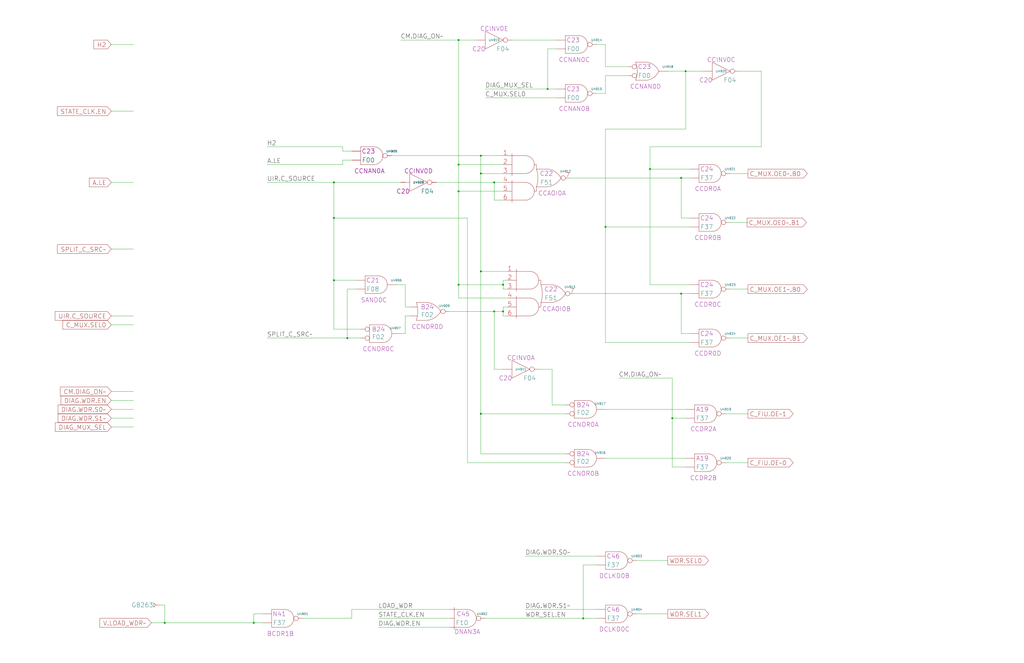
<source format=kicad_sch>
(kicad_sch (version 20250114) (generator "eeschema") (generator_version "9.0")
  (paper "User" 584.2 378.46)
  (title_block (title "C SOURCE CONTROL") (date "22-MAR-90") (rev "1.0") (comment 1 "VALUE") (comment 2 "232-003063") (comment 3 "S400") (comment 4 "RELEASED"))
  (lib_symbols
    (symbol "r1000:F00" (pin_numbers (hide yes)) (pin_names (hide yes))
      (property "Reference" "U" (at 15.24 0 0))
      (property "Value" "F00" (at 1.905 -5.08 0))
      (property "Location" "___" (at 1.905 0 0))
      (property "Name" "______" (at 2.54 -12.7 0))
      (symbol "F00_0_1"
        (polyline (pts (xy -2.54 2.54) (xy -2.54 -7.62)) (stroke (width 0.1524)))
        (polyline (pts (xy -2.54 2.54) (xy 5.08 2.54)) (stroke (width 0.1524)))
        (polyline (pts (xy -2.54 -7.62) (xy 5.08 -7.62)) (stroke (width 0.1524)))
        (arc (start 5.08 2.54) (mid 10.1281 -2.54) (end 5.08 -7.62) (stroke (width 0.1524)))
        (circle (center 11.43 -2.54) (radius 1.27) (stroke (width 0.1524)))
      )
      (symbol "F00_0_2"
        (arc (start -3.175 2.54) (mid -2.134 -2.54) (end -3.175 -7.62) (stroke (width 0.1524)))
        (circle (center -3.81 0) (radius 1.27) (stroke (width 0.1524)))
        (circle (center -3.81 -5.08) (radius 1.27) (stroke (width 0.1524)))
        (polyline (pts (xy -3.175 2.54) (xy 3.81 2.54)) (stroke (width 0.1524)))
        (polyline (pts (xy -3.175 -7.62) (xy 3.81 -7.62)) (stroke (width 0.1524)))
        (arc (start 3.81 2.54) (mid 7.5828 0.7472) (end 10.16 -2.54) (stroke (width 0.1524)))
        (arc (start 10.16 -2.54) (mid 7.5855 -5.8306) (end 3.81 -7.62) (stroke (width 0.1524)))
      )
      (symbol "F00_1_1"
        (pin input line (at -7.62 0 0) (length 5.08) (name "D0") (number "1"))
        (pin input line (at -7.62 -5.08 0) (length 5.08) (name "D1") (number "2"))
        (pin output line (at 15.24 -2.54 180) (length 2.54) (name "Q") (number "3"))
      )
      (symbol "F00_1_2"
        (pin input line (at -7.62 0 0) (length 2.54) (name "D0") (number "1"))
        (pin input line (at -7.62 -5.08 0) (length 2.54) (name "D1") (number "2"))
        (pin output line (at 15.24 -2.54 180) (length 5.08) (name "Q") (number "3"))
      )
    )
    (symbol "r1000:F02" (pin_numbers (hide yes)) (pin_names (hide yes))
      (property "Reference" "U" (at 12.16 0.635 0))
      (property "Value" "F02" (at -1.27 -4.445 0))
      (property "Location" "___" (at 2.54 0 0))
      (property "Name" "______" (at 2.54 -12.7 0))
      (symbol "F02_0_1"
        (arc (start -3.81 2.54) (mid -2.9847 -2.54) (end -3.81 -7.62) (stroke (width 0.1524)))
        (polyline (pts (xy -5.08 0) (xy -3.175 0)) (stroke (width 0.1524)))
        (polyline (pts (xy -5.08 -5.08) (xy -3.175 -5.08)) (stroke (width 0.1524)))
        (polyline (pts (xy -3.81 2.54) (xy 2.54 2.54)) (stroke (width 0.1524)))
        (polyline (pts (xy -3.81 -7.62) (xy 2.54 -7.62)) (stroke (width 0.1524)))
        (arc (start 2.54 2.54) (mid 6.9477 0.8966) (end 10.16 -2.54) (stroke (width 0.1524)))
        (arc (start 10.16 -2.54) (mid 6.9515 -5.9823) (end 2.54 -7.62) (stroke (width 0.1524)))
        (circle (center 11.43 -2.54) (radius 1.27) (stroke (width 0.1524)))
        (polyline (pts (xy 13.97 -2.54) (xy 12.7 -2.54)) (stroke (width 0.1524)))
      )
      (symbol "F02_0_2"
        (circle (center -3.81 0) (radius 1.27) (stroke (width 0.1524)))
        (circle (center -3.81 -5.08) (radius 1.27) (stroke (width 0.1524)))
        (polyline (pts (xy -2.54 2.54) (xy -2.54 -7.62)) (stroke (width 0.1524)))
        (polyline (pts (xy -2.54 2.54) (xy 5.08 2.54)) (stroke (width 0.1524)))
        (polyline (pts (xy -2.54 -7.62) (xy 5.08 -7.62)) (stroke (width 0.1524)))
        (arc (start 5.08 2.54) (mid 10.1281 -2.54) (end 5.08 -7.62) (stroke (width 0.1524)))
        (polyline (pts (xy 11.43 -2.54) (xy 10.16 -2.54)) (stroke (width 0.1524)))
        (polyline (pts (xy 11.43 -2.54) (xy 12.7 -2.54)) (stroke (width 0.1524)))
      )
      (symbol "F02_1_1"
        (pin input line (at -7.62 0 0) (length 2.54) (name "D0") (number "1"))
        (pin input line (at -7.62 -5.08 0) (length 2.54) (name "D1") (number "2"))
        (pin output line (at 15.24 -2.54 180) (length 1.27) (name "Q") (number "3"))
      )
      (symbol "F02_1_2"
        (pin input line (at -7.62 0 0) (length 2.54) (name "D0") (number "1"))
        (pin input line (at -7.62 -5.08 0) (length 2.54) (name "D1") (number "2"))
        (pin output line (at 15.24 -2.54 180) (length 2.54) (name "Q") (number "3"))
      )
    )
    (symbol "r1000:F04" (pin_numbers (hide yes)) (pin_names (hide yes))
      (property "Reference" "U" (at 0 0 0))
      (property "Value" "F04" (at 1.27 -5.08 0))
      (property "Location" "___" (at -12.7 -5.08 0))
      (property "Name" "______" (at 0 5.08 0))
      (symbol "F04_0_1"
        (polyline (pts (xy -7.62 0) (xy -5.08 0)) (stroke (width 0.1524)))
        (polyline (pts (xy -5.08 5.08) (xy -5.08 -5.08)) (stroke (width 0.1524)))
        (polyline (pts (xy 5.08 0) (xy -5.08 5.08)) (stroke (width 0.1524)))
        (polyline (pts (xy 5.08 0) (xy -5.08 -5.08)) (stroke (width 0.1524)))
        (circle (center 6.35 0) (radius 1.27) (stroke (width 0.1524)))
      )
      (symbol "F04_1_1"
        (pin input line (at -10.16 0 0) (length 2.54) (name "D0") (number "1"))
        (pin output line (at 10.16 0 180) (length 2.54) (name "Q") (number "2"))
      )
    )
    (symbol "r1000:F08" (pin_numbers (hide yes)) (pin_names (hide yes))
      (property "Reference" "U" (at 15.24 0 0))
      (property "Value" "F08" (at 1.905 -5.08 0))
      (property "Location" "___" (at 1.905 0 0))
      (property "Name" "______" (at 2.54 -12.7 0))
      (symbol "F08_0_1"
        (polyline (pts (xy -2.54 2.54) (xy -2.54 -7.62)) (stroke (width 0.1524)))
        (polyline (pts (xy -2.54 2.54) (xy 5.08 2.54)) (stroke (width 0.1524)))
        (polyline (pts (xy -2.54 -7.62) (xy 5.08 -7.62)) (stroke (width 0.1524)))
        (arc (start 5.08 2.54) (mid 10.1281 -2.54) (end 5.08 -7.62) (stroke (width 0.1524)))
      )
      (symbol "F08_0_2"
        (arc (start -3.175 2.54) (mid -2.134 -2.54) (end -3.175 -7.62) (stroke (width 0.1524)))
        (circle (center -3.81 0) (radius 1.27) (stroke (width 0.1524)))
        (circle (center -3.81 -5.08) (radius 1.27) (stroke (width 0.1524)))
        (polyline (pts (xy -3.175 2.54) (xy 3.81 2.54)) (stroke (width 0.1524)))
        (polyline (pts (xy -3.175 -7.62) (xy 3.81 -7.62)) (stroke (width 0.1524)))
        (arc (start 3.81 2.54) (mid 7.5828 0.7472) (end 10.16 -2.54) (stroke (width 0.1524)))
        (arc (start 10.16 -2.54) (mid 7.5855 -5.8306) (end 3.81 -7.62) (stroke (width 0.1524)))
        (circle (center 11.43 -2.54) (radius 1.27) (stroke (width 0.1524)))
      )
      (symbol "F08_1_1"
        (pin input line (at -7.62 0 0) (length 5.08) (name "D0") (number "1"))
        (pin input line (at -7.62 -5.08 0) (length 5.08) (name "D1") (number "2"))
        (pin output line (at 15.24 -2.54 180) (length 5.08) (name "Q") (number "3"))
      )
      (symbol "F08_1_2"
        (pin input line (at -7.62 0 0) (length 2.54) (name "D0") (number "1"))
        (pin input line (at -7.62 -5.08 0) (length 2.54) (name "D1") (number "2"))
        (pin output line (at 15.24 -2.54 180) (length 2.54) (name "Q") (number "3"))
      )
    )
    (symbol "r1000:F10" (pin_numbers (hide yes)) (pin_names (hide yes))
      (property "Reference" "U" (at 13.335 0 0))
      (property "Value" "F10" (at 5.715 -5.08 0))
      (property "Location" "___" (at -1.27 0 0))
      (property "Name" "______" (at -2.54 -10.16 0))
      (symbol "F10_0_1"
        (polyline (pts (xy -2.54 3.81) (xy -2.54 -8.89)) (stroke (width 0.1524)))
        (polyline (pts (xy -2.54 2.54) (xy 5.08 2.54)) (stroke (width 0.1524)))
        (polyline (pts (xy -2.54 -7.62) (xy 5.08 -7.62)) (stroke (width 0.1524)))
        (arc (start 5.08 2.54) (mid 10.1281 -2.54) (end 5.08 -7.62) (stroke (width 0.1524)))
        (circle (center 11.43 -2.54) (radius 1.27) (stroke (width 0.1524)))
      )
      (symbol "F10_0_2"
        (arc (start -2.54 2.54) (mid -1.8195 -2.54) (end -2.54 -7.62) (stroke (width 0.1524)))
        (polyline (pts (xy -4.445 -2.54) (xy -5.08 -2.54)) (stroke (width 0.1524)))
        (circle (center -3.81 2.54) (radius 1.27) (stroke (width 0.1524)))
        (circle (center -3.81 -7.62) (radius 1.27) (stroke (width 0.1524)))
        (circle (center -3.175 -2.54) (radius 1.27) (stroke (width 0.1524)))
        (polyline (pts (xy -2.54 2.54) (xy 5.08 2.54)) (stroke (width 0.1524)))
        (polyline (pts (xy -2.54 -7.62) (xy 5.08 -7.62)) (stroke (width 0.1524)))
        (arc (start 5.08 2.54) (mid 8.4807 0.6111) (end 10.795 -2.54) (stroke (width 0.1524)))
        (arc (start 10.795 -2.54) (mid 8.4844 -5.6952) (end 5.08 -7.62) (stroke (width 0.1524)))
        (polyline (pts (xy 10.795 -2.54) (xy 12.7 -2.54)) (stroke (width 0.1524)))
      )
      (symbol "F10_1_1"
        (pin input line (at -5.08 2.54 0) (length 2.54) (name "D0") (number "1"))
        (pin input line (at -5.08 -2.54 0) (length 2.54) (name "D1") (number "2"))
        (pin input line (at -5.08 -7.62 0) (length 2.54) (name "D2") (number "3"))
        (pin output line (at 15.24 -2.54 180) (length 2.54) (name "Q") (number "4"))
      )
      (symbol "F10_1_2"
        (pin input line (at -5.08 2.54 0) (length 0) (name "D0") (number "1"))
        (pin input line (at -5.08 -2.54 0) (length 0) (name "D1") (number "2"))
        (pin input line (at -5.08 -7.62 0) (length 0) (name "D2") (number "3"))
        (pin output line (at 15.24 -2.54 180) (length 2.54) (name "Q") (number "4"))
      )
    )
    (symbol "r1000:F37" (pin_numbers (hide yes)) (pin_names (offset 0) (hide yes))
      (property "Reference" "U" (at 15.24 0 0))
      (property "Value" "F37" (at 1.905 -5.08 0))
      (property "Location" "___" (at 1.905 0 0))
      (property "Name" "______" (at 2.54 -12.7 0))
      (symbol "F37_0_1"
        (polyline (pts (xy -2.54 2.54) (xy -2.54 -7.62)) (stroke (width 0.1524)))
        (polyline (pts (xy -2.54 2.54) (xy 5.08 2.54)) (stroke (width 0.1524)))
        (polyline (pts (xy -2.54 -7.62) (xy 5.08 -7.62)) (stroke (width 0.1524)))
        (arc (start 5.08 2.54) (mid 10.1281 -2.54) (end 5.08 -7.62) (stroke (width 0.1524)))
        (circle (center 11.43 -2.54) (radius 1.27) (stroke (width 0.1524)))
      )
      (symbol "F37_0_2"
        (arc (start -3.175 2.54) (mid -2.134 -2.54) (end -3.175 -7.62) (stroke (width 0.1524)))
        (circle (center -3.81 0) (radius 1.27) (stroke (width 0.1524)))
        (circle (center -3.81 -5.08) (radius 1.27) (stroke (width 0.1524)))
        (polyline (pts (xy -3.175 2.54) (xy 3.81 2.54)) (stroke (width 0.1524)))
        (polyline (pts (xy -3.175 -7.62) (xy 3.81 -7.62)) (stroke (width 0.1524)))
        (arc (start 3.81 2.54) (mid 7.5828 0.7472) (end 10.16 -2.54) (stroke (width 0.1524)))
        (arc (start 10.16 -2.54) (mid 7.5855 -5.8306) (end 3.81 -7.62) (stroke (width 0.1524)))
      )
      (symbol "F37_1_1"
        (pin input line (at -7.62 0 0) (length 5.08) (name "D0") (number "1"))
        (pin input line (at -7.62 -5.08 0) (length 5.08) (name "D1") (number "2"))
        (pin output line (at 15.24 -2.54 180) (length 2.54) (name "Q") (number "3"))
      )
      (symbol "F37_1_2"
        (pin input line (at -7.62 0 0) (length 2.54) (name "D0") (number "1"))
        (pin input line (at -7.62 -5.08 0) (length 2.54) (name "D1") (number "2"))
        (pin output line (at 15.24 -2.54 180) (length 5.08) (name "Q") (number "3"))
      )
    )
    (symbol "r1000:F51" (pin_names (hide yes))
      (property "Reference" "U" (at 12.7 1.27 0))
      (property "Value" "F51" (at 1.905 -5.08 0))
      (property "Location" "___" (at 1.905 0 0))
      (property "Name" "______" (at 5.08 -12.7 0))
      (symbol "F51_0_0"
        (polyline (pts (xy -20.32 10.16) (xy -17.78 10.16)) (stroke (width 0.1524)))
        (polyline (pts (xy -20.32 5.08) (xy -17.78 5.08)) (stroke (width 0.1524)))
        (polyline (pts (xy -20.32 0) (xy -17.78 0)) (stroke (width 0.1524)))
        (polyline (pts (xy -20.32 -5.08) (xy -17.78 -5.08)) (stroke (width 0.1524)))
        (polyline (pts (xy -20.32 -10.16) (xy -17.78 -10.16)) (stroke (width 0.1524)))
        (polyline (pts (xy -20.32 -15.24) (xy -17.78 -15.24)) (stroke (width 0.1524)))
        (arc (start -3.8173 2.54) (mid -2.9926 -2.54) (end -3.8173 -7.62) (stroke (width 0.1524)))
        (polyline (pts (xy -17.78 11.43) (xy -17.78 -1.27)) (stroke (width 0.1524)))
        (polyline (pts (xy -17.78 -3.81) (xy -17.78 -16.51)) (stroke (width 0.1524)))
        (polyline (pts (xy -10.16 10.16) (xy -17.78 10.16)) (stroke (width 0.1524)))
        (arc (start -10.16 10.16) (mid -6.5679 8.6721) (end -5.08 5.08) (stroke (width 0.1524)))
        (arc (start -5.08 5.08) (mid -6.5679 1.4879) (end -10.16 0) (stroke (width 0.1524)))
        (polyline (pts (xy -10.16 0) (xy -17.78 0)) (stroke (width 0.1524)))
        (polyline (pts (xy -10.16 -5.08) (xy -17.78 -5.08)) (stroke (width 0.1524)))
        (arc (start -10.16 -5.08) (mid -6.5679 -6.5679) (end -5.08 -10.16) (stroke (width 0.1524)))
        (arc (start -5.08 -10.16) (mid -6.5679 -13.7521) (end -10.16 -15.24) (stroke (width 0.1524)))
        (polyline (pts (xy -10.16 -15.24) (xy -17.78 -15.24)) (stroke (width 0.1524)))
        (polyline (pts (xy -5.08 5.08) (xy -3.81 5.08) (xy -3.81 2.54)) (stroke (width 0.1524)))
        (polyline (pts (xy -5.08 -10.16) (xy -3.81 -10.16) (xy -3.81 -7.62)) (stroke (width 0.1524)))
        (polyline (pts (xy -3.81 2.54) (xy 2.54 2.54)) (stroke (width 0.1524)))
        (polyline (pts (xy -3.81 -7.62) (xy 2.54 -7.62)) (stroke (width 0.1524)))
        (arc (start 10.16 -2.54) (mid 6.9504 -5.9807) (end 2.54 -7.62) (stroke (width 0.1524)))
        (arc (start 2.54 2.54) (mid 6.9516 0.9024) (end 10.16 -2.54) (stroke (width 0.1524)))
        (circle (center 11.43 -2.54) (radius 1.27) (stroke (width 0.1524)))
      )
      (symbol "F51_1_1"
        (pin input line (at -22.86 10.16 0) (length 2.54) (name "A1") (number "1"))
        (pin input line (at -22.86 5.08 0) (length 2.54) (name "A2") (number "2"))
        (pin input line (at -22.86 0 0) (length 2.54) (name "A3") (number "3"))
        (pin input line (at -22.86 -5.08 0) (length 2.54) (name "B1") (number "4"))
        (pin input line (at -22.86 -10.16 0) (length 2.54) (name "B2") (number "5"))
        (pin input line (at -22.86 -15.24 0) (length 2.54) (name "B3") (number "6"))
        (pin output line (at 15.24 -2.54 180) (length 2.54) (name "Q") (number "7"))
      )
    )
    (symbol "r1000:GB" (pin_numbers (hide yes)) (pin_names (offset 0) (hide yes))
      (property "Reference" "GB" (at 3.81 0 0))
      (symbol "GB_0_1"
        (polyline (pts (xy 2.54 0) (xy 3.81 1.27) (xy 3.81 -1.27) (xy 2.54 0)) (stroke (width 0.1524)))
      )
      (symbol "GB_1_1"
        (pin bidirectional line (at 0 0 0) (length 2.54) (name "") (number "1"))
      )
    )
  )
  (junction (at 261.62 93.98))
  (junction (at 388.62 167.64))
  (junction (at 261.62 109.22))
  (junction (at 274.32 236.22))
  (junction (at 388.62 101.6))
  (junction (at 312.42 50.8))
  (junction (at 190.5 160.02))
  (junction (at 281.94 104.14))
  (junction (at 93.98 355.6))
  (junction (at 287.02 162.56))
  (junction (at 274.32 154.94))
  (junction (at 332.74 353.06))
  (junction (at 198.12 193.04))
  (junction (at 370.84 96.52))
  (junction (at 261.62 162.56))
  (junction (at 345.44 129.54))
  (junction (at 383.54 238.76))
  (junction (at 144.78 355.6))
  (junction (at 281.94 177.8))
  (junction (at 391.16 40.64))
  (junction (at 261.62 22.86))
  (junction (at 190.5 124.46))
  (junction (at 287.02 177.8))
  (junction (at 274.32 99.06))
  (junction (at 190.5 104.14))
  (junction (at 274.32 88.9))
  (wire (pts (xy 289.56 170.18) (xy 261.62 170.18)))
  (wire (pts (xy 416.56 127) (xy 426.72 127)))
  (wire (pts (xy 63.5 180.34) (xy 76.2 180.34)))
  (wire (pts (xy 322.58 264.16) (xy 266.7 264.16)))
  (wire (pts (xy 261.62 109.22) (xy 261.62 93.98)))
  (wire (pts (xy 416.56 193.04) (xy 426.72 193.04)))
  (wire (pts (xy 287.02 99.06) (xy 274.32 99.06)))
  (wire (pts (xy 281.94 114.3) (xy 281.94 104.14)))
  (wire (pts (xy 345.44 73.66) (xy 391.16 73.66)))
  (wire (pts (xy 287.02 177.8) (xy 287.02 175.26)))
  (wire (pts (xy 276.86 50.8) (xy 312.42 50.8)))
  (wire (pts (xy 190.5 104.14) (xy 228.6 104.14)))
  (wire (pts (xy 231.14 175.26) (xy 231.14 162.56)))
  (wire (pts (xy 322.58 259.08) (xy 274.32 259.08)))
  (wire (pts (xy 381 40.64) (xy 391.16 40.64)))
  (wire (pts (xy 370.84 162.56) (xy 393.7 162.56)))
  (wire (pts (xy 416.56 165.1) (xy 426.72 165.1)))
  (wire (pts (xy 434.34 40.64) (xy 434.34 83.82)))
  (wire (pts (xy 276.86 353.06) (xy 332.74 353.06)))
  (wire (pts (xy 63.5 104.14) (xy 76.2 104.14)))
  (wire (pts (xy 287.02 93.98) (xy 261.62 93.98)))
  (wire (pts (xy 149.86 350.52) (xy 144.78 350.52)))
  (wire (pts (xy 63.5 238.76) (xy 76.2 238.76)))
  (wire (pts (xy 274.32 88.9) (xy 287.02 88.9)))
  (wire (pts (xy 228.6 190.5) (xy 231.14 190.5)))
  (wire (pts (xy 281.94 177.8) (xy 287.02 177.8)))
  (wire (pts (xy 200.66 347.98) (xy 256.54 347.98)))
  (wire (pts (xy 388.62 101.6) (xy 393.7 101.6)))
  (wire (pts (xy 223.52 88.9) (xy 274.32 88.9)))
  (wire (pts (xy 383.54 215.9) (xy 383.54 238.76)))
  (wire (pts (xy 198.12 165.1) (xy 203.2 165.1)))
  (wire (pts (xy 289.56 165.1) (xy 287.02 165.1)))
  (wire (pts (xy 370.84 83.82) (xy 370.84 96.52)))
  (wire (pts (xy 287.02 180.34) (xy 287.02 177.8)))
  (wire (pts (xy 421.64 40.64) (xy 434.34 40.64)))
  (wire (pts (xy 215.9 353.06) (xy 256.54 353.06)))
  (wire (pts (xy 299.72 317.5) (xy 340.36 317.5)))
  (wire (pts (xy 287.02 160.02) (xy 289.56 160.02)))
  (wire (pts (xy 144.78 355.6) (xy 149.86 355.6)))
  (wire (pts (xy 314.96 231.14) (xy 314.96 210.82)))
  (wire (pts (xy 287.02 162.56) (xy 287.02 160.02)))
  (wire (pts (xy 231.14 180.34) (xy 231.14 190.5)))
  (wire (pts (xy 345.44 25.4) (xy 345.44 38.1)))
  (wire (pts (xy 152.4 104.14) (xy 190.5 104.14)))
  (wire (pts (xy 190.5 124.46) (xy 266.7 124.46)))
  (wire (pts (xy 363.22 320.04) (xy 381 320.04)))
  (wire (pts (xy 233.68 180.34) (xy 231.14 180.34)))
  (wire (pts (xy 63.5 25.4) (xy 76.2 25.4)))
  (wire (pts (xy 274.32 259.08) (xy 274.32 236.22)))
  (wire (pts (xy 314.96 210.82) (xy 307.34 210.82)))
  (wire (pts (xy 266.7 124.46) (xy 266.7 264.16)))
  (wire (pts (xy 63.5 233.68) (xy 76.2 233.68)))
  (wire (pts (xy 345.44 53.34) (xy 345.44 43.18)))
  (wire (pts (xy 345.44 233.68) (xy 391.16 233.68)))
  (wire (pts (xy 195.58 86.36) (xy 200.66 86.36)))
  (wire (pts (xy 388.62 124.46) (xy 388.62 101.6)))
  (wire (pts (xy 198.12 193.04) (xy 205.74 193.04)))
  (wire (pts (xy 274.32 236.22) (xy 274.32 154.94)))
  (wire (pts (xy 287.02 114.3) (xy 281.94 114.3)))
  (wire (pts (xy 198.12 193.04) (xy 198.12 165.1)))
  (wire (pts (xy 332.74 322.58) (xy 332.74 353.06)))
  (wire (pts (xy 287.02 162.56) (xy 261.62 162.56)))
  (wire (pts (xy 332.74 353.06) (xy 340.36 353.06)))
  (wire (pts (xy 256.54 177.8) (xy 281.94 177.8)))
  (wire (pts (xy 228.6 22.86) (xy 261.62 22.86)))
  (wire (pts (xy 414.02 236.22) (xy 426.72 236.22)))
  (wire (pts (xy 276.86 55.88) (xy 317.5 55.88)))
  (wire (pts (xy 226.06 162.56) (xy 231.14 162.56)))
  (wire (pts (xy 416.56 99.06) (xy 426.72 99.06)))
  (wire (pts (xy 287.02 165.1) (xy 287.02 162.56)))
  (wire (pts (xy 63.5 142.24) (xy 76.2 142.24)))
  (wire (pts (xy 317.5 27.94) (xy 312.42 27.94)))
  (wire (pts (xy 91.44 345.44) (xy 93.98 345.44)))
  (wire (pts (xy 261.62 93.98) (xy 261.62 22.86)))
  (wire (pts (xy 195.58 93.98) (xy 195.58 91.44)))
  (wire (pts (xy 345.44 129.54) (xy 345.44 73.66)))
  (wire (pts (xy 393.7 190.5) (xy 388.62 190.5)))
  (wire (pts (xy 63.5 243.84) (xy 76.2 243.84)))
  (wire (pts (xy 190.5 104.14) (xy 190.5 124.46)))
  (wire (pts (xy 281.94 210.82) (xy 281.94 177.8)))
  (wire (pts (xy 152.4 193.04) (xy 198.12 193.04)))
  (wire (pts (xy 312.42 27.94) (xy 312.42 50.8)))
  (wire (pts (xy 345.44 129.54) (xy 393.7 129.54)))
  (wire (pts (xy 289.56 154.94) (xy 274.32 154.94)))
  (wire (pts (xy 172.72 353.06) (xy 200.66 353.06)))
  (wire (pts (xy 434.34 83.82) (xy 370.84 83.82)))
  (wire (pts (xy 292.1 22.86) (xy 317.5 22.86)))
  (wire (pts (xy 327.66 167.64) (xy 388.62 167.64)))
  (wire (pts (xy 340.36 53.34) (xy 345.44 53.34)))
  (wire (pts (xy 353.06 215.9) (xy 383.54 215.9)))
  (wire (pts (xy 281.94 104.14) (xy 287.02 104.14)))
  (wire (pts (xy 144.78 350.52) (xy 144.78 355.6)))
  (wire (pts (xy 393.7 124.46) (xy 388.62 124.46)))
  (wire (pts (xy 391.16 40.64) (xy 401.32 40.64)))
  (wire (pts (xy 345.44 43.18) (xy 358.14 43.18)))
  (wire (pts (xy 340.36 25.4) (xy 345.44 25.4)))
  (wire (pts (xy 190.5 160.02) (xy 190.5 187.96)))
  (wire (pts (xy 340.36 322.58) (xy 332.74 322.58)))
  (wire (pts (xy 345.44 38.1) (xy 358.14 38.1)))
  (wire (pts (xy 370.84 96.52) (xy 393.7 96.52)))
  (wire (pts (xy 93.98 355.6) (xy 144.78 355.6)))
  (wire (pts (xy 363.22 350.52) (xy 381 350.52)))
  (wire (pts (xy 261.62 170.18) (xy 261.62 162.56)))
  (wire (pts (xy 289.56 180.34) (xy 287.02 180.34)))
  (wire (pts (xy 152.4 93.98) (xy 195.58 93.98)))
  (wire (pts (xy 383.54 238.76) (xy 391.16 238.76)))
  (wire (pts (xy 261.62 22.86) (xy 271.78 22.86)))
  (wire (pts (xy 388.62 190.5) (xy 388.62 167.64)))
  (wire (pts (xy 190.5 160.02) (xy 203.2 160.02)))
  (wire (pts (xy 312.42 50.8) (xy 317.5 50.8)))
  (wire (pts (xy 391.16 73.66) (xy 391.16 40.64)))
  (wire (pts (xy 200.66 353.06) (xy 200.66 347.98)))
  (wire (pts (xy 195.58 83.82) (xy 195.58 86.36)))
  (wire (pts (xy 370.84 96.52) (xy 370.84 162.56)))
  (wire (pts (xy 63.5 228.6) (xy 76.2 228.6)))
  (wire (pts (xy 63.5 63.5) (xy 76.2 63.5)))
  (wire (pts (xy 233.68 175.26) (xy 231.14 175.26)))
  (wire (pts (xy 383.54 266.7) (xy 391.16 266.7)))
  (wire (pts (xy 287.02 175.26) (xy 289.56 175.26)))
  (wire (pts (xy 322.58 236.22) (xy 274.32 236.22)))
  (wire (pts (xy 205.74 187.96) (xy 190.5 187.96)))
  (wire (pts (xy 388.62 167.64) (xy 393.7 167.64)))
  (wire (pts (xy 274.32 154.94) (xy 274.32 99.06)))
  (wire (pts (xy 274.32 99.06) (xy 274.32 88.9)))
  (wire (pts (xy 345.44 195.58) (xy 345.44 129.54)))
  (wire (pts (xy 195.58 91.44) (xy 200.66 91.44)))
  (wire (pts (xy 287.02 210.82) (xy 281.94 210.82)))
  (wire (pts (xy 152.4 83.82) (xy 195.58 83.82)))
  (wire (pts (xy 322.58 231.14) (xy 314.96 231.14)))
  (wire (pts (xy 63.5 223.52) (xy 76.2 223.52)))
  (wire (pts (xy 325.12 101.6) (xy 388.62 101.6)))
  (wire (pts (xy 393.7 195.58) (xy 345.44 195.58)))
  (wire (pts (xy 261.62 109.22) (xy 261.62 162.56)))
  (wire (pts (xy 215.9 358.14) (xy 256.54 358.14)))
  (wire (pts (xy 299.72 347.98) (xy 340.36 347.98)))
  (wire (pts (xy 93.98 355.6) (xy 86.36 355.6)))
  (wire (pts (xy 248.92 104.14) (xy 281.94 104.14)))
  (wire (pts (xy 63.5 185.42) (xy 76.2 185.42)))
  (wire (pts (xy 93.98 345.44) (xy 93.98 355.6)))
  (wire (pts (xy 383.54 238.76) (xy 383.54 266.7)))
  (wire (pts (xy 345.44 261.62) (xy 391.16 261.62)))
  (wire (pts (xy 287.02 109.22) (xy 261.62 109.22)))
  (wire (pts (xy 190.5 124.46) (xy 190.5 160.02)))
  (wire (pts (xy 414.02 264.16) (xy 426.72 264.16)))
  (label "LOAD_WDR" (at 215.9 347.98 0) (effects (font (size 2.54 2.54))))
  (label "CM.DIAG_ON~" (at 228.6 22.86 0) (effects (font (size 2.54 2.54))))
  (label "A.LE" (at 152.4 93.98 0) (effects (font (size 2.54 2.54))))
  (label "DIAG.WDR.EN" (at 215.9 358.14 0) (effects (font (size 2.54 2.54))))
  (label "WDR_SEL.EN" (at 299.72 353.06 0) (effects (font (size 2.54 2.54))))
  (label "DIAG.WDR.S1~" (at 299.72 347.98 0) (effects (font (size 2.54 2.54))))
  (label "DIAG_MUX_SEL" (at 276.86 50.8 0) (effects (font (size 2.54 2.54))))
  (label "CM.DIAG_ON~" (at 353.06 215.9 0) (effects (font (size 2.54 2.54))))
  (label "UIR.C_SOURCE" (at 152.4 104.14 0) (effects (font (size 2.54 2.54))))
  (label "H2" (at 152.4 83.82 0) (effects (font (size 2.54 2.54))))
  (label "DIAG.WDR.S0~" (at 299.72 317.5 0) (effects (font (size 2.54 2.54))))
  (label "C_MUX.SEL0" (at 276.86 55.88 0) (effects (font (size 2.54 2.54))))
  (label "STATE_CLK.EN" (at 215.9 353.06 0) (effects (font (size 2.54 2.54))))
  (label "SPLIT_C_SRC~" (at 152.4 193.04 0) (effects (font (size 2.54 2.54))))
  (global_label "DIAG_MUX_SEL" (shape input) (at 63.5 243.84 180) (effects (font (size 2.54 2.54))) (property "Intersheetrefs" "${INTERSHEET_REFS}" (at 31.5807 243.6813 0) (effects (font (size 1.905 1.905)) (justify right))))
  (global_label "C_FIU.OE~1" (shape output) (at 426.72 236.22 0) (effects (font (size 2.54 2.54))) (property "Intersheetrefs" "${INTERSHEET_REFS}" (at 452.4708 236.0613 0) (effects (font (size 1.905 1.905)) (justify left))))
  (global_label "DIAG.WDR.EN" (shape input) (at 63.5 228.6 180) (effects (font (size 2.54 2.54))) (property "Intersheetrefs" "${INTERSHEET_REFS}" (at 34.8464 228.4413 0) (effects (font (size 1.905 1.905)) (justify right))))
  (global_label "C_MUX.OE0~.B1" (shape output) (at 426.1803 127 0) (effects (font (size 2.54 2.54))) (property "Intersheetrefs" "${INTERSHEET_REFS}" (at 460.0349 126.8413 0) (effects (font (size 1.905 1.905)) (justify left))))
  (global_label "DIAG.WDR.S0~" (shape input) (at 63.5 233.68 180) (effects (font (size 2.54 2.54))) (property "Intersheetrefs" "${INTERSHEET_REFS}" (at 33.153 233.5213 0) (effects (font (size 1.905 1.905)) (justify right))))
  (global_label "C_MUX.SEL0" (shape input) (at 63.5 185.42 180) (effects (font (size 2.54 2.54))) (property "Intersheetrefs" "${INTERSHEET_REFS}" (at 35.814 185.2613 0) (effects (font (size 1.905 1.905)) (justify right))))
  (global_label "DIAG.WDR.S1~" (shape input) (at 63.5 238.76 180) (effects (font (size 2.54 2.54))) (property "Intersheetrefs" "${INTERSHEET_REFS}" (at 33.153 238.6013 0) (effects (font (size 1.905 1.905)) (justify right))))
  (global_label "WDR.SEL0" (shape output) (at 381 320.04 0) (effects (font (size 2.54 2.54))) (property "Intersheetrefs" "${INTERSHEET_REFS}" (at 404.2108 319.8813 0) (effects (font (size 1.905 1.905)) (justify left))))
  (global_label "C_FIU.OE~0" (shape output) (at 426.72 264.16 0) (effects (font (size 2.54 2.54))) (property "Intersheetrefs" "${INTERSHEET_REFS}" (at 452.4708 264.0013 0) (effects (font (size 1.905 1.905)) (justify left))))
  (global_label "C_MUX.OE1~.B1" (shape output) (at 426.72 193.04 0) (effects (font (size 2.54 2.54))) (property "Intersheetrefs" "${INTERSHEET_REFS}" (at 460.5746 192.8813 0) (effects (font (size 1.905 1.905)) (justify left))))
  (global_label "STATE_CLK.EN" (shape input) (at 63.5 63.5 180) (effects (font (size 2.54 2.54))) (property "Intersheetrefs" "${INTERSHEET_REFS}" (at 32.6692 63.3413 0) (effects (font (size 1.905 1.905)) (justify right))))
  (global_label "UIR.C_SOURCE" (shape input) (at 63.5 180.34 180) (effects (font (size 2.54 2.54))) (property "Intersheetrefs" "${INTERSHEET_REFS}" (at 31.4597 180.1813 0) (effects (font (size 1.905 1.905)) (justify right))))
  (global_label "CM.DIAG_ON~" (shape input) (at 63.5 223.52 180) (effects (font (size 2.54 2.54))) (property "Intersheetrefs" "${INTERSHEET_REFS}" (at 34.4835 223.3613 0) (effects (font (size 1.905 1.905)) (justify right))))
  (global_label "C_MUX.OE0~.B0" (shape output) (at 426.72 99.06 0) (effects (font (size 2.54 2.54))) (property "Intersheetrefs" "${INTERSHEET_REFS}" (at 460.5746 98.9013 0) (effects (font (size 1.905 1.905)) (justify left))))
  (global_label "C_MUX.OE1~.B0" (shape output) (at 426.72 165.1 0) (effects (font (size 2.54 2.54))) (property "Intersheetrefs" "${INTERSHEET_REFS}" (at 460.5746 164.9413 0) (effects (font (size 1.905 1.905)) (justify left))))
  (global_label "WDR.SEL1" (shape output) (at 381 350.52 0) (effects (font (size 2.54 2.54))) (property "Intersheetrefs" "${INTERSHEET_REFS}" (at 404.2108 350.3613 0) (effects (font (size 1.905 1.905)) (justify left))))
  (global_label "V.LOAD_WDR~" (shape input) (at 86.36 355.6 180) (effects (font (size 2.54 2.54))) (property "Intersheetrefs" "${INTERSHEET_REFS}" (at 56.9807 355.4413 0) (effects (font (size 1.905 1.905)) (justify right))))
  (global_label "A.LE" (shape input) (at 63.5 104.14 180) (effects (font (size 2.54 2.54))) (property "Intersheetrefs" "${INTERSHEET_REFS}" (at 50.933 103.9813 0) (effects (font (size 1.905 1.905)) (justify right))))
  (global_label "SPLIT_C_SRC~" (shape input) (at 63.5 142.24 180) (effects (font (size 2.54 2.54))) (property "Intersheetrefs" "${INTERSHEET_REFS}" (at 32.7902 142.0813 0) (effects (font (size 1.905 1.905)) (justify right))))
  (global_label "H2" (shape input) (at 63.5 25.4 180) (effects (font (size 2.54 2.54))) (property "Intersheetrefs" "${INTERSHEET_REFS}" (at 53.594 25.2413 0) (effects (font (size 1.905 1.905)) (justify right))))
  (symbol (lib_id "r1000:F51") (at 309.88 99.06 0) (unit 1)
    (property "Reference" "U4912" (at 322.58 97.79 0))
    (property "Value" "F51" (at 311.785 104.14 0) (effects (font (size 2.54 2.54))))
    (property "Location" "C22" (at 311.785 99.06 0) (effects (font (size 2.54 2.54))))
    (property "Name" "CCAOI0A" (at 314.96 111.76 0) (effects (font (size 2.54 2.54)) (justify bottom)))
  )
  (symbol (lib_id "r1000:F37") (at 401.32 96.52 0) (unit 1)
    (property "Reference" "U4921" (at 416.56 96.52 0))
    (property "Value" "F37" (at 403.225 101.6 0) (effects (font (size 2.54 2.54))))
    (property "Location" "C24" (at 403.225 96.52 0) (effects (font (size 2.54 2.54))))
    (property "Name" "CCDR0A" (at 403.86 109.22 0) (effects (font (size 2.54 2.54)) (justify bottom)))
  )
  (symbol (lib_id "r1000:F37") (at 401.32 162.56 0) (unit 1)
    (property "Reference" "U4923" (at 416.56 162.56 0))
    (property "Value" "F37" (at 403.225 167.64 0) (effects (font (size 2.54 2.54))))
    (property "Location" "C24" (at 403.225 162.56 0) (effects (font (size 2.54 2.54))))
    (property "Name" "CCDR0C" (at 403.86 175.26 0) (effects (font (size 2.54 2.54)) (justify bottom)))
  )
  (symbol (lib_id "r1000:F37") (at 347.98 317.5 0) (unit 1)
    (property "Reference" "U4903" (at 363.22 317.5 0))
    (property "Value" "F37" (at 349.885 322.58 0) (effects (font (size 2.54 2.54))))
    (property "Location" "C46" (at 349.885 317.5 0) (effects (font (size 2.54 2.54))))
    (property "Name" "DCLKD0B" (at 350.52 330.2 0) (effects (font (size 2.54 2.54)) (justify bottom)))
  )
  (symbol (lib_id "r1000:F08") (at 210.82 160.02 0) (unit 1)
    (property "Reference" "U4906" (at 226.06 160.02 0))
    (property "Value" "F08" (at 212.725 165.1 0) (effects (font (size 2.54 2.54))))
    (property "Location" "C21" (at 212.725 160.02 0) (effects (font (size 2.54 2.54))))
    (property "Name" "SAND0C" (at 213.36 172.72 0) (effects (font (size 2.54 2.54)) (justify bottom)))
  )
  (symbol (lib_id "r1000:F00") (at 208.28 86.36 0) (unit 1)
    (property "Reference" "U4905" (at 223.52 86.36 0))
    (property "Value" "F00" (at 210.185 91.44 0) (effects (font (size 2.54 2.54))))
    (property "Location" "C23" (at 210.185 86.36 0) (effects (font (size 2.54 2.54))))
    (property "Name" "CCNAN0A" (at 210.82 99.06 0) (effects (font (size 2.54 2.54)) (justify bottom)))
  )
  (symbol (lib_id "r1000:F00") (at 325.12 22.86 0) (unit 1)
    (property "Reference" "U4914" (at 340.36 22.86 0))
    (property "Value" "F00" (at 327.025 27.94 0) (effects (font (size 2.54 2.54))))
    (property "Location" "C23" (at 327.025 22.86 0) (effects (font (size 2.54 2.54))))
    (property "Name" "CCNAN0C" (at 327.66 35.56 0) (effects (font (size 2.54 2.54)) (justify bottom)))
  )
  (symbol (lib_id "r1000:F10") (at 261.62 350.52 0) (unit 1)
    (property "Reference" "U4902" (at 274.955 350.52 0))
    (property "Value" "F10" (at 267.335 355.6 0) (effects (font (size 2.54 2.54)) (justify right)))
    (property "Location" "C45" (at 260.35 350.52 0) (effects (font (size 2.54 2.54)) (justify left)))
    (property "Name" "DNAN3A" (at 259.08 360.68 0) (effects (font (size 2.54 2.54)) (justify left)))
  )
  (symbol (lib_id "r1000:F37") (at 398.78 233.68 0) (unit 1)
    (property "Reference" "U4919" (at 414.02 233.68 0))
    (property "Value" "F37" (at 400.685 238.76 0) (effects (font (size 2.54 2.54))))
    (property "Location" "A19" (at 400.685 233.68 0) (effects (font (size 2.54 2.54))))
    (property "Name" "CCDR2A" (at 401.32 246.38 0) (effects (font (size 2.54 2.54)) (justify bottom)))
  )
  (symbol (lib_id "r1000:F04") (at 238.76 104.14 0) (unit 1)
    (property "Reference" "U4908" (at 238.76 104.14 0))
    (property "Value" "F04" (at 240.03 109.22 0) (effects (font (size 2.54 2.54)) (justify left)))
    (property "Location" "C20" (at 226.06 109.22 0) (effects (font (size 2.54 2.54)) (justify left)))
    (property "Name" "CCINV0D" (at 238.76 99.06 0) (effects (font (size 2.54 2.54)) (justify bottom)))
  )
  (symbol (lib_id "r1000:F04") (at 297.18 210.82 0) (unit 1)
    (property "Reference" "U4911" (at 297.18 210.82 0))
    (property "Value" "F04" (at 298.45 215.9 0) (effects (font (size 2.54 2.54)) (justify left)))
    (property "Location" "C20" (at 284.48 215.9 0) (effects (font (size 2.54 2.54)) (justify left)))
    (property "Name" "CCINV0A" (at 297.18 205.74 0) (effects (font (size 2.54 2.54)) (justify bottom)))
  )
  (symbol (lib_id "r1000:F02") (at 330.2 231.14 0) (unit 1) (convert 2)
    (property "Reference" "U4917" (at 342.36 230.505 0))
    (property "Value" "F02" (at 328.93 235.585 0) (effects (font (size 2.54 2.54)) (justify left)))
    (property "Location" "B24" (at 332.74 231.14 0) (effects (font (size 2.54 2.54))))
    (property "Name" "CCNOR0A" (at 332.74 243.84 0) (effects (font (size 2.54 2.54)) (justify bottom)))
  )
  (symbol (lib_id "r1000:F37") (at 347.98 347.98 0) (unit 1)
    (property "Reference" "U4904" (at 363.22 347.98 0))
    (property "Value" "F37" (at 349.885 353.06 0) (effects (font (size 2.54 2.54))))
    (property "Location" "C46" (at 349.885 347.98 0) (effects (font (size 2.54 2.54))))
    (property "Name" "DCLKD0C" (at 350.52 360.68 0) (effects (font (size 2.54 2.54)) (justify bottom)))
  )
  (symbol (lib_id "r1000:F02") (at 213.36 187.96 0) (unit 1) (convert 2)
    (property "Reference" "U4907" (at 225.52 187.325 0))
    (property "Value" "F02" (at 212.09 192.405 0) (effects (font (size 2.54 2.54)) (justify left)))
    (property "Location" "B24" (at 215.9 187.96 0) (effects (font (size 2.54 2.54))))
    (property "Name" "CCNOR0C" (at 215.9 200.66 0) (effects (font (size 2.54 2.54)) (justify bottom)))
  )
  (symbol (lib_id "r1000:F00") (at 325.12 50.8 0) (unit 1)
    (property "Reference" "U4915" (at 340.36 50.8 0))
    (property "Value" "F00" (at 327.025 55.88 0) (effects (font (size 2.54 2.54))))
    (property "Location" "C23" (at 327.025 50.8 0) (effects (font (size 2.54 2.54))))
    (property "Name" "CCNAN0B" (at 327.66 63.5 0) (effects (font (size 2.54 2.54)) (justify bottom)))
  )
  (symbol (lib_id "r1000:F37") (at 398.78 261.62 0) (unit 1)
    (property "Reference" "U4920" (at 414.02 261.62 0))
    (property "Value" "F37" (at 400.685 266.7 0) (effects (font (size 2.54 2.54))))
    (property "Location" "A19" (at 400.685 261.62 0) (effects (font (size 2.54 2.54))))
    (property "Name" "CCDR2B" (at 401.32 274.32 0) (effects (font (size 2.54 2.54)) (justify bottom)))
  )
  (symbol (lib_id "r1000:F04") (at 411.48 40.64 0) (unit 1)
    (property "Reference" "U4925" (at 411.48 40.64 0))
    (property "Value" "F04" (at 412.75 45.72 0) (effects (font (size 2.54 2.54)) (justify left)))
    (property "Location" "C20" (at 398.78 45.72 0) (effects (font (size 2.54 2.54)) (justify left)))
    (property "Name" "CCINV0C" (at 411.48 35.56 0) (effects (font (size 2.54 2.54)) (justify bottom)))
  )
  (symbol (lib_id "r1000:F02") (at 241.3 175.26 0) (unit 1)
    (property "Reference" "U4909" (at 253.46 174.625 0))
    (property "Value" "F02" (at 240.03 179.705 0) (effects (font (size 2.54 2.54)) (justify left)))
    (property "Location" "B24" (at 243.84 175.26 0) (effects (font (size 2.54 2.54))))
    (property "Name" "CCNOR0D" (at 243.84 187.96 0) (effects (font (size 2.54 2.54)) (justify bottom)))
  )
  (symbol (lib_id "r1000:F37") (at 401.32 190.5 0) (unit 1)
    (property "Reference" "U4924" (at 416.56 190.5 0))
    (property "Value" "F37" (at 403.225 195.58 0) (effects (font (size 2.54 2.54))))
    (property "Location" "C24" (at 403.225 190.5 0) (effects (font (size 2.54 2.54))))
    (property "Name" "CCDR0D" (at 403.86 203.2 0) (effects (font (size 2.54 2.54)) (justify bottom)))
  )
  (symbol (lib_id "r1000:F37") (at 157.48 350.52 0) (unit 1)
    (property "Reference" "U4901" (at 172.72 350.52 0))
    (property "Value" "F37" (at 159.385 355.6 0) (effects (font (size 2.54 2.54))))
    (property "Location" "N41" (at 159.385 350.52 0) (effects (font (size 2.54 2.54))))
    (property "Name" "BCDR1B" (at 160.02 363.22 0) (effects (font (size 2.54 2.54)) (justify bottom)))
  )
  (symbol (lib_id "r1000:F51") (at 312.42 165.1 0) (unit 1)
    (property "Reference" "U4913" (at 325.12 163.83 0))
    (property "Value" "F51" (at 314.325 170.18 0) (effects (font (size 2.54 2.54))))
    (property "Location" "C22" (at 314.325 165.1 0) (effects (font (size 2.54 2.54))))
    (property "Name" "CCAOI0B" (at 317.5 177.8 0) (effects (font (size 2.54 2.54)) (justify bottom)))
  )
  (symbol (lib_id "r1000:GB") (at 91.44 345.44 0) (mirror y) (unit 1)
    (property "Reference" "GB263" (at 87.63 345.44 0) (effects (font (size 2.54 2.54)) (justify left)))
    (property "Value" "GB" (effects (hide yes)))
  )
  (symbol (lib_id "r1000:F00") (at 365.76 38.1 0) (unit 1) (convert 2)
    (property "Reference" "U4918" (at 381 38.1 0))
    (property "Value" "F00" (at 367.665 43.18 0) (effects (font (size 2.54 2.54))))
    (property "Location" "C23" (at 367.665 38.1 0) (effects (font (size 2.54 2.54))))
    (property "Name" "CCNAN0D" (at 368.3 50.8 0) (effects (font (size 2.54 2.54)) (justify bottom)))
  )
  (symbol (lib_id "r1000:F04") (at 281.94 22.86 0) (unit 1)
    (property "Reference" "U4910" (at 281.94 22.86 0))
    (property "Value" "F04" (at 283.21 27.94 0) (effects (font (size 2.54 2.54)) (justify left)))
    (property "Location" "C20" (at 269.24 27.94 0) (effects (font (size 2.54 2.54)) (justify left)))
    (property "Name" "CCINV0E" (at 281.94 17.78 0) (effects (font (size 2.54 2.54)) (justify bottom)))
  )
  (symbol (lib_id "r1000:F37") (at 401.32 124.46 0) (unit 1)
    (property "Reference" "U4922" (at 416.56 124.46 0))
    (property "Value" "F37" (at 403.225 129.54 0) (effects (font (size 2.54 2.54))))
    (property "Location" "C24" (at 403.225 124.46 0) (effects (font (size 2.54 2.54))))
    (property "Name" "CCDR0B" (at 403.86 137.16 0) (effects (font (size 2.54 2.54)) (justify bottom)))
  )
  (symbol (lib_id "r1000:F02") (at 330.2 259.08 0) (unit 1) (convert 2)
    (property "Reference" "U4916" (at 342.36 258.445 0))
    (property "Value" "F02" (at 328.93 263.525 0) (effects (font (size 2.54 2.54)) (justify left)))
    (property "Location" "B24" (at 332.74 259.08 0) (effects (font (size 2.54 2.54))))
    (property "Name" "CCNOR0B" (at 332.74 271.78 0) (effects (font (size 2.54 2.54)) (justify bottom)))
  )
)
</source>
